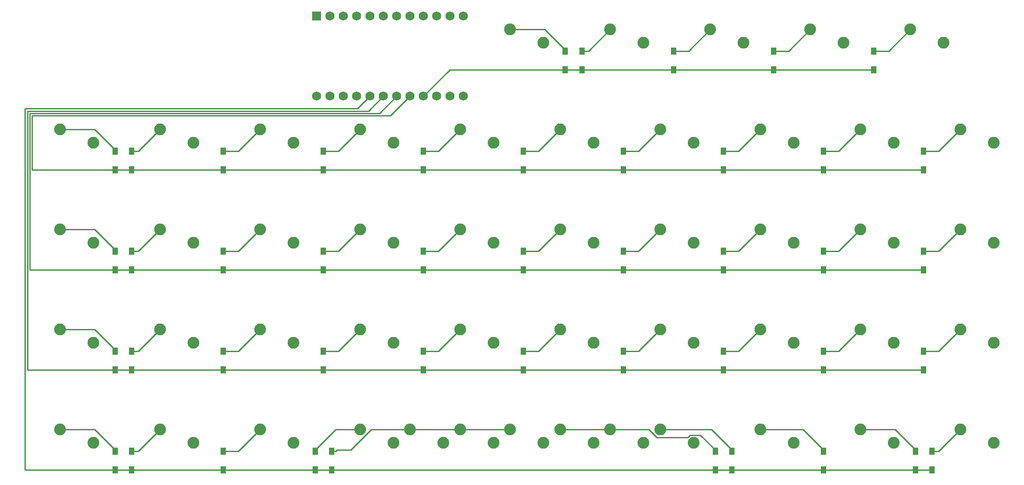
<source format=gtl>
G04 #@! TF.GenerationSoftware,KiCad,Pcbnew,(5.1.4)-1*
G04 #@! TF.CreationDate,2021-09-01T12:45:02-10:00*
G04 #@! TF.ProjectId,oya45,6f796134-352e-46b6-9963-61645f706362,rev?*
G04 #@! TF.SameCoordinates,Original*
G04 #@! TF.FileFunction,Copper,L1,Top*
G04 #@! TF.FilePolarity,Positive*
%FSLAX46Y46*%
G04 Gerber Fmt 4.6, Leading zero omitted, Abs format (unit mm)*
G04 Created by KiCad (PCBNEW (5.1.4)-1) date 2021-09-01 12:45:02*
%MOMM*%
%LPD*%
G04 APERTURE LIST*
%ADD10C,2.250000*%
%ADD11R,1.000000X1.400000*%
%ADD12R,1.752600X1.752600*%
%ADD13C,1.752600*%
%ADD14C,0.254000*%
G04 APERTURE END LIST*
D10*
X99060000Y-111760000D03*
X92710000Y-109220000D03*
X175260000Y-111760000D03*
X168910000Y-109220000D03*
X146685000Y-35560000D03*
X140335000Y-33020000D03*
D11*
X209550000Y-37118750D03*
X209550000Y-40668750D03*
X190500000Y-37118750D03*
X190500000Y-40668750D03*
X171450000Y-37118750D03*
X171450000Y-40668750D03*
X153987500Y-37118750D03*
X153987500Y-40668750D03*
X150812500Y-37118750D03*
X150812500Y-40668750D03*
X220662500Y-113318750D03*
X220662500Y-116868750D03*
X217487500Y-116868750D03*
X217487500Y-113318750D03*
X200025000Y-113318750D03*
X200025000Y-116868750D03*
X182562500Y-113318750D03*
X182562500Y-116868750D03*
X179387500Y-113318750D03*
X179387500Y-116868750D03*
X106362500Y-113318750D03*
X106362500Y-116868750D03*
X103187500Y-113318750D03*
X103187500Y-116868750D03*
X85725000Y-113318750D03*
X85725000Y-116868750D03*
X68262500Y-113318750D03*
X68262500Y-116868750D03*
X65087500Y-113318750D03*
X65087500Y-116868750D03*
X219075000Y-94268750D03*
X219075000Y-97818750D03*
X200025000Y-94268750D03*
X200025000Y-97818750D03*
X180975000Y-94268750D03*
X180975000Y-97818750D03*
X161925000Y-94268750D03*
X161925000Y-97818750D03*
X142875000Y-94268750D03*
X142875000Y-97818750D03*
X123825000Y-94268750D03*
X123825000Y-97818750D03*
X104775000Y-94268750D03*
X104775000Y-97818750D03*
X85725000Y-94268750D03*
X85725000Y-97818750D03*
X68262500Y-94268750D03*
X68262500Y-97818750D03*
X65087500Y-94268750D03*
X65087500Y-97818750D03*
X219075000Y-75218750D03*
X219075000Y-78768750D03*
X200025000Y-75218750D03*
X200025000Y-78768750D03*
X180975000Y-75218750D03*
X180975000Y-78768750D03*
X161925000Y-75218750D03*
X161925000Y-78768750D03*
X142875000Y-75218750D03*
X142875000Y-78768750D03*
X123825000Y-75218750D03*
X123825000Y-78768750D03*
X104775000Y-75218750D03*
X104775000Y-78768750D03*
X85725000Y-75218750D03*
X85725000Y-78768750D03*
X68262500Y-75218750D03*
X68262500Y-78768750D03*
X65087500Y-75218750D03*
X65087500Y-78768750D03*
X219075000Y-56168750D03*
X219075000Y-59718750D03*
X200025000Y-56168750D03*
X200025000Y-59718750D03*
X180975000Y-56168750D03*
X180975000Y-59718750D03*
X161925000Y-56168750D03*
X161925000Y-59718750D03*
X142875000Y-56168750D03*
X142875000Y-59718750D03*
X123825000Y-56168750D03*
X123825000Y-59718750D03*
X104775000Y-59718750D03*
X104775000Y-56168750D03*
X85725000Y-56168750D03*
X85725000Y-59718750D03*
X68262500Y-56168750D03*
X68262500Y-59718750D03*
X65087500Y-59718750D03*
X65087500Y-56168750D03*
D10*
X203835000Y-35560000D03*
X197485000Y-33020000D03*
X222885000Y-35560000D03*
X216535000Y-33020000D03*
D12*
X103505000Y-30480000D03*
D13*
X106045000Y-30480000D03*
X108585000Y-30480000D03*
X111125000Y-30480000D03*
X113665000Y-30480000D03*
X116205000Y-30480000D03*
X118745000Y-30480000D03*
X121285000Y-30480000D03*
X123825000Y-30480000D03*
X126365000Y-30480000D03*
X128905000Y-30480000D03*
X131445000Y-45720000D03*
X128905000Y-45720000D03*
X126365000Y-45720000D03*
X123825000Y-45720000D03*
X121285000Y-45720000D03*
X118745000Y-45720000D03*
X116205000Y-45720000D03*
X113665000Y-45720000D03*
X111125000Y-45720000D03*
X108585000Y-45720000D03*
X106045000Y-45720000D03*
X131445000Y-30480000D03*
X103505000Y-45720000D03*
D10*
X165735000Y-111760000D03*
X159385000Y-109220000D03*
X127635000Y-111760000D03*
X121285000Y-109220000D03*
X140335000Y-109220000D03*
X146685000Y-111760000D03*
X184785000Y-35560000D03*
X178435000Y-33020000D03*
X165735000Y-35560000D03*
X159385000Y-33020000D03*
X232410000Y-111760000D03*
X226060000Y-109220000D03*
X213360000Y-111760000D03*
X207010000Y-109220000D03*
X194310000Y-111760000D03*
X187960000Y-109220000D03*
X156210000Y-111760000D03*
X149860000Y-109220000D03*
X137160000Y-111760000D03*
X130810000Y-109220000D03*
X118110000Y-111760000D03*
X111760000Y-109220000D03*
X80010000Y-111760000D03*
X73660000Y-109220000D03*
X60960000Y-111760000D03*
X54610000Y-109220000D03*
X232410000Y-92710000D03*
X226060000Y-90170000D03*
X213360000Y-92710000D03*
X207010000Y-90170000D03*
X194310000Y-92710000D03*
X187960000Y-90170000D03*
X175260000Y-92710000D03*
X168910000Y-90170000D03*
X156210000Y-92710000D03*
X149860000Y-90170000D03*
X137160000Y-92710000D03*
X130810000Y-90170000D03*
X118110000Y-92710000D03*
X111760000Y-90170000D03*
X99060000Y-92710000D03*
X92710000Y-90170000D03*
X80010000Y-92710000D03*
X73660000Y-90170000D03*
X60960000Y-92710000D03*
X54610000Y-90170000D03*
X232410000Y-73660000D03*
X226060000Y-71120000D03*
X213360000Y-73660000D03*
X207010000Y-71120000D03*
X194310000Y-73660000D03*
X187960000Y-71120000D03*
X175260000Y-73660000D03*
X168910000Y-71120000D03*
X156210000Y-73660000D03*
X149860000Y-71120000D03*
X137160000Y-73660000D03*
X130810000Y-71120000D03*
X118110000Y-73660000D03*
X111760000Y-71120000D03*
X99060000Y-73660000D03*
X92710000Y-71120000D03*
X80010000Y-73660000D03*
X73660000Y-71120000D03*
X60960000Y-73660000D03*
X54610000Y-71120000D03*
X232410000Y-54610000D03*
X226060000Y-52070000D03*
X213360000Y-54610000D03*
X207010000Y-52070000D03*
X194310000Y-54610000D03*
X187960000Y-52070000D03*
X175260000Y-54610000D03*
X168910000Y-52070000D03*
X156210000Y-54610000D03*
X149860000Y-52070000D03*
X137160000Y-54610000D03*
X130810000Y-52070000D03*
X118110000Y-54610000D03*
X111760000Y-52070000D03*
X99060000Y-54610000D03*
X92710000Y-52070000D03*
X80010000Y-54610000D03*
X73660000Y-52070000D03*
X60960000Y-54610000D03*
X54610000Y-52070000D03*
D14*
X117563960Y-49441040D02*
X121285000Y-45720000D01*
X49326770Y-49441040D02*
X117563960Y-49441040D01*
X219075000Y-59718750D02*
X49326770Y-59718750D01*
X49326770Y-59718750D02*
X49326770Y-49441040D01*
X65087500Y-55968750D02*
X65087500Y-56168750D01*
X61188750Y-52070000D02*
X65087500Y-55968750D01*
X54610000Y-52070000D02*
X61188750Y-52070000D01*
X69561250Y-56168750D02*
X68262500Y-56168750D01*
X73660000Y-52070000D02*
X69561250Y-56168750D01*
X88611250Y-56168750D02*
X85725000Y-56168750D01*
X92710000Y-52070000D02*
X88611250Y-56168750D01*
X107661250Y-56168750D02*
X104775000Y-56168750D01*
X111760000Y-52070000D02*
X107661250Y-56168750D01*
X126711250Y-56168750D02*
X123825000Y-56168750D01*
X130810000Y-52070000D02*
X126711250Y-56168750D01*
X145761250Y-56168750D02*
X142875000Y-56168750D01*
X149860000Y-52070000D02*
X145761250Y-56168750D01*
X164811250Y-56168750D02*
X161925000Y-56168750D01*
X168910000Y-52070000D02*
X164811250Y-56168750D01*
X183861250Y-56168750D02*
X180975000Y-56168750D01*
X187960000Y-52070000D02*
X183861250Y-56168750D01*
X202911250Y-56168750D02*
X200025000Y-56168750D01*
X207010000Y-52070000D02*
X202911250Y-56168750D01*
X221961250Y-56168750D02*
X219075000Y-56168750D01*
X226060000Y-52070000D02*
X221961250Y-56168750D01*
X48872760Y-78768750D02*
X48872760Y-48987030D01*
X115477970Y-48987030D02*
X118745000Y-45720000D01*
X48872760Y-48987030D02*
X115477970Y-48987030D01*
X219075000Y-78768750D02*
X48872760Y-78768750D01*
X56200990Y-71120000D02*
X54610000Y-71120000D01*
X61188750Y-71120000D02*
X56200990Y-71120000D01*
X65087500Y-75018750D02*
X61188750Y-71120000D01*
X65087500Y-75218750D02*
X65087500Y-75018750D01*
X69561250Y-75218750D02*
X68262500Y-75218750D01*
X73660000Y-71120000D02*
X69561250Y-75218750D01*
X88611250Y-75218750D02*
X85725000Y-75218750D01*
X92710000Y-71120000D02*
X88611250Y-75218750D01*
X107661250Y-75218750D02*
X104775000Y-75218750D01*
X111760000Y-71120000D02*
X107661250Y-75218750D01*
X126711250Y-75218750D02*
X123825000Y-75218750D01*
X130810000Y-71120000D02*
X126711250Y-75218750D01*
X145761250Y-75218750D02*
X142875000Y-75218750D01*
X149860000Y-71120000D02*
X145761250Y-75218750D01*
X164811250Y-75218750D02*
X161925000Y-75218750D01*
X168910000Y-71120000D02*
X164811250Y-75218750D01*
X183861250Y-75218750D02*
X180975000Y-75218750D01*
X187960000Y-71120000D02*
X183861250Y-75218750D01*
X202911250Y-75218750D02*
X200025000Y-75218750D01*
X207010000Y-71120000D02*
X202911250Y-75218750D01*
X221961250Y-75218750D02*
X219075000Y-75218750D01*
X226060000Y-71120000D02*
X221961250Y-75218750D01*
X113391980Y-48533020D02*
X116205000Y-45720000D01*
X48418750Y-48533020D02*
X113391980Y-48533020D01*
X219075000Y-97818750D02*
X48418750Y-97818750D01*
X48418750Y-97818750D02*
X48418750Y-48533020D01*
X65087500Y-94068750D02*
X65087500Y-94268750D01*
X61188750Y-90170000D02*
X65087500Y-94068750D01*
X54610000Y-90170000D02*
X61188750Y-90170000D01*
X69561250Y-94268750D02*
X68262500Y-94268750D01*
X73660000Y-90170000D02*
X69561250Y-94268750D01*
X88611250Y-94268750D02*
X85725000Y-94268750D01*
X92710000Y-90170000D02*
X88611250Y-94268750D01*
X107661250Y-94268750D02*
X104775000Y-94268750D01*
X111760000Y-90170000D02*
X107661250Y-94268750D01*
X126711250Y-94268750D02*
X123825000Y-94268750D01*
X130810000Y-90170000D02*
X126711250Y-94268750D01*
X145761250Y-94268750D02*
X142875000Y-94268750D01*
X149860000Y-90170000D02*
X145761250Y-94268750D01*
X164811250Y-94268750D02*
X161925000Y-94268750D01*
X168910000Y-90170000D02*
X164811250Y-94268750D01*
X183861250Y-94268750D02*
X180975000Y-94268750D01*
X187960000Y-90170000D02*
X183861250Y-94268750D01*
X202911250Y-94268750D02*
X200025000Y-94268750D01*
X207010000Y-90170000D02*
X202911250Y-94268750D01*
X221961250Y-94268750D02*
X219075000Y-94268750D01*
X226060000Y-90170000D02*
X221961250Y-94268750D01*
X111305990Y-48079010D02*
X113665000Y-45720000D01*
X47964740Y-48079010D02*
X111305990Y-48079010D01*
X47964740Y-116866139D02*
X47967351Y-116868750D01*
X47964740Y-48079010D02*
X47964740Y-116866139D01*
X47979621Y-116868750D02*
X47977010Y-116866139D01*
X220662500Y-116868750D02*
X47979621Y-116868750D01*
X56200990Y-109220000D02*
X54610000Y-109220000D01*
X61188750Y-109220000D02*
X56200990Y-109220000D01*
X65087500Y-113118750D02*
X61188750Y-109220000D01*
X65087500Y-113318750D02*
X65087500Y-113118750D01*
X69561250Y-113318750D02*
X68262500Y-113318750D01*
X73660000Y-109220000D02*
X69561250Y-113318750D01*
X88611250Y-113318750D02*
X85725000Y-113318750D01*
X92710000Y-109220000D02*
X88611250Y-113318750D01*
X103187500Y-113118750D02*
X103187500Y-113318750D01*
X107086250Y-109220000D02*
X103187500Y-113118750D01*
X111760000Y-109220000D02*
X107086250Y-109220000D01*
X140335000Y-109220000D02*
X121285000Y-109220000D01*
X107116500Y-113318750D02*
X106362500Y-113318750D01*
X107337251Y-113097999D02*
X107116500Y-113318750D01*
X110030963Y-113097999D02*
X107337251Y-113097999D01*
X113908962Y-109220000D02*
X110030963Y-113097999D01*
X121285000Y-109220000D02*
X113908962Y-109220000D01*
X151450990Y-109220000D02*
X159385000Y-109220000D01*
X149860000Y-109220000D02*
X151450990Y-109220000D01*
X174199037Y-110672001D02*
X174563039Y-110307999D01*
X168213039Y-110672001D02*
X174199037Y-110672001D01*
X159385000Y-109220000D02*
X166761038Y-109220000D01*
X166761038Y-109220000D02*
X168213039Y-110672001D01*
X179387500Y-113118750D02*
X179387500Y-113318750D01*
X176576749Y-110307999D02*
X179387500Y-113118750D01*
X174563039Y-110307999D02*
X176576749Y-110307999D01*
X182562500Y-113118750D02*
X182562500Y-113318750D01*
X178663750Y-109220000D02*
X182562500Y-113118750D01*
X168910000Y-109220000D02*
X178663750Y-109220000D01*
X200025000Y-113118750D02*
X200025000Y-113318750D01*
X196126250Y-109220000D02*
X200025000Y-113118750D01*
X187960000Y-109220000D02*
X196126250Y-109220000D01*
X217487500Y-113118750D02*
X217487500Y-113318750D01*
X213588750Y-109220000D02*
X217487500Y-113118750D01*
X207010000Y-109220000D02*
X213588750Y-109220000D01*
X221961250Y-113318750D02*
X220662500Y-113318750D01*
X226060000Y-109220000D02*
X221961250Y-113318750D01*
X128876250Y-40668750D02*
X123825000Y-45720000D01*
X209550000Y-40668750D02*
X128876250Y-40668750D01*
X150812500Y-36918750D02*
X150812500Y-37118750D01*
X146913750Y-33020000D02*
X150812500Y-36918750D01*
X140335000Y-33020000D02*
X146913750Y-33020000D01*
X155286250Y-37118750D02*
X153987500Y-37118750D01*
X159385000Y-33020000D02*
X155286250Y-37118750D01*
X174336250Y-37118750D02*
X178435000Y-33020000D01*
X171450000Y-37118750D02*
X174336250Y-37118750D01*
X193386250Y-37118750D02*
X190500000Y-37118750D01*
X197485000Y-33020000D02*
X193386250Y-37118750D01*
X212436250Y-37118750D02*
X209550000Y-37118750D01*
X216535000Y-33020000D02*
X212436250Y-37118750D01*
M02*

</source>
